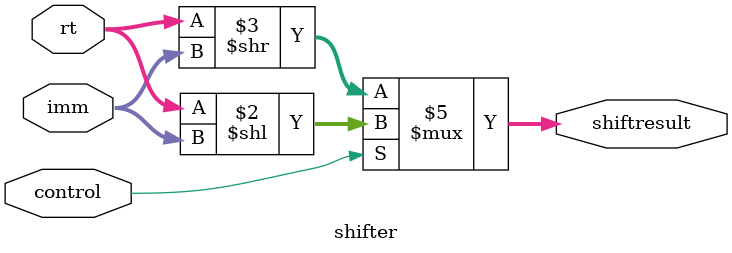
<source format=v>
`timescale 1ns / 1ps
module shifter(rt, imm, control, shiftresult);	
	input [15:0] rt;
	input [4:0] imm;
	input control;
	output reg [15:0] shiftresult;
	
	always @(*) begin
		if (control) begin
			shiftresult <= (rt << (imm));
		end else begin
			shiftresult <= (rt >> (imm));
		end
	end
endmodule

</source>
